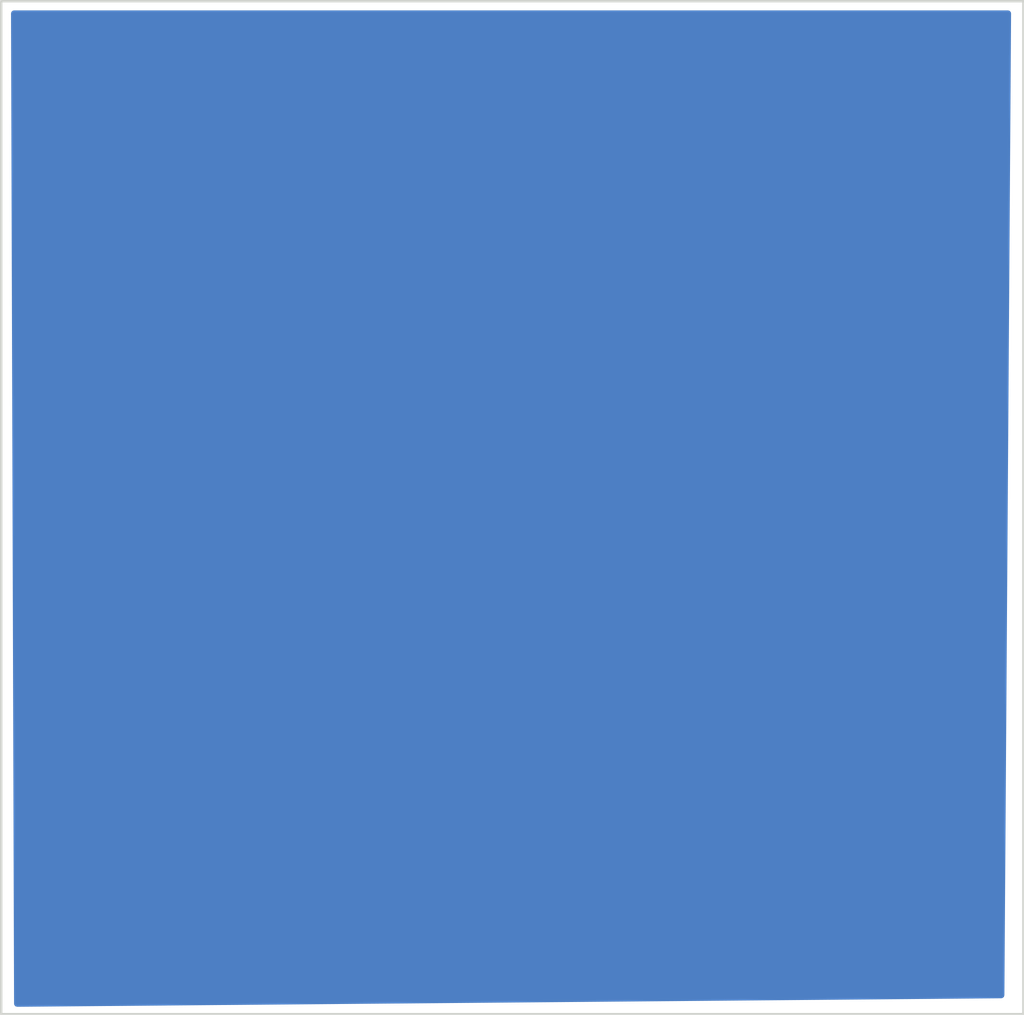
<source format=kicad_pcb>
(kicad_pcb (version 20221018) (generator pcbnew)

  (general
    (thickness 1.6)
  )

  (paper "A4")
  (layers
    (0 "F.Cu" signal)
    (31 "B.Cu" signal)
    (32 "B.Adhes" user "B.Adhesive")
    (33 "F.Adhes" user "F.Adhesive")
    (34 "B.Paste" user)
    (35 "F.Paste" user)
    (36 "B.SilkS" user "B.Silkscreen")
    (37 "F.SilkS" user "F.Silkscreen")
    (38 "B.Mask" user)
    (39 "F.Mask" user)
    (40 "Dwgs.User" user "User.Drawings")
    (41 "Cmts.User" user "User.Comments")
    (42 "Eco1.User" user "User.Eco1")
    (43 "Eco2.User" user "User.Eco2")
    (44 "Edge.Cuts" user)
    (45 "Margin" user)
    (46 "B.CrtYd" user "B.Courtyard")
    (47 "F.CrtYd" user "F.Courtyard")
    (48 "B.Fab" user)
    (49 "F.Fab" user)
    (50 "User.1" user)
    (51 "User.2" user)
    (52 "User.3" user)
    (53 "User.4" user)
    (54 "User.5" user)
    (55 "User.6" user)
    (56 "User.7" user)
    (57 "User.8" user)
    (58 "User.9" user)
  )

  (setup
    (stackup
      (layer "F.SilkS" (type "Top Silk Screen"))
      (layer "F.Paste" (type "Top Solder Paste"))
      (layer "F.Mask" (type "Top Solder Mask") (thickness 0.01))
      (layer "F.Cu" (type "copper") (thickness 0.035))
      (layer "dielectric 1" (type "core") (thickness 1.51) (material "FR4") (epsilon_r 4.5) (loss_tangent 0.02))
      (layer "B.Cu" (type "copper") (thickness 0.035))
      (layer "B.Mask" (type "Bottom Solder Mask") (thickness 0.01))
      (layer "B.Paste" (type "Bottom Solder Paste"))
      (layer "B.SilkS" (type "Bottom Silk Screen"))
      (copper_finish "None")
      (dielectric_constraints no)
    )
    (pad_to_mask_clearance 0)
    (pcbplotparams
      (layerselection 0x00010fc_ffffffff)
      (plot_on_all_layers_selection 0x0000000_00000000)
      (disableapertmacros false)
      (usegerberextensions false)
      (usegerberattributes true)
      (usegerberadvancedattributes true)
      (creategerberjobfile true)
      (dashed_line_dash_ratio 12.000000)
      (dashed_line_gap_ratio 3.000000)
      (svgprecision 4)
      (plotframeref false)
      (viasonmask false)
      (mode 1)
      (useauxorigin false)
      (hpglpennumber 1)
      (hpglpenspeed 20)
      (hpglpendiameter 15.000000)
      (dxfpolygonmode true)
      (dxfimperialunits true)
      (dxfusepcbnewfont true)
      (psnegative false)
      (psa4output false)
      (plotreference true)
      (plotvalue true)
      (plotinvisibletext false)
      (sketchpadsonfab false)
      (subtractmaskfromsilk false)
      (outputformat 1)
      (mirror false)
      (drillshape 1)
      (scaleselection 1)
      (outputdirectory "")
    )
  )

  (net 0 "")
  (net 1 "gnd")

  (gr_rect (start 114.8588 75.5904) (end 157.2006 117.5512)
    (stroke (width 0.1) (type default)) (fill none) (layer "Edge.Cuts") (tstamp dfe65795-cf6e-4ecf-9a1b-2a5039081f15))

  (zone (net 1) (net_name "gnd") (layer "B.Cu") (tstamp e0eb5e93-03ec-4c94-85ac-a00868df5938) (hatch edge 0.5)
    (connect_pads (clearance 0.5))
    (min_thickness 0.25) (filled_areas_thickness no)
    (fill yes (thermal_gap 0.5) (thermal_bridge_width 0.5))
    (polygon
      (pts
        (xy 115.2652 75.9714)
        (xy 156.6926 75.9714)
        (xy 156.4132 116.8908)
        (xy 115.3922 117.2464)
      )
    )
    (filled_polygon
      (layer "B.Cu")
      (pts
        (xy 156.63479 75.991085)
        (xy 156.680545 76.043889)
        (xy 156.691748 76.096247)
        (xy 156.414033 116.76871)
        (xy 156.393891 116.835613)
        (xy 156.340776 116.881006)
        (xy 156.291111 116.891858)
        (xy 115.51689 117.245319)
        (xy 115.449682 117.226217)
        (xy 115.403471 117.173811)
        (xy 115.391816 117.121706)
        (xy 115.391075 116.881006)
        (xy 115.265583 76.095782)
        (xy 115.285061 76.028682)
        (xy 115.337724 75.982765)
        (xy 115.389582 75.9714)
        (xy 156.567751 75.9714)
      )
    )
  )
)

</source>
